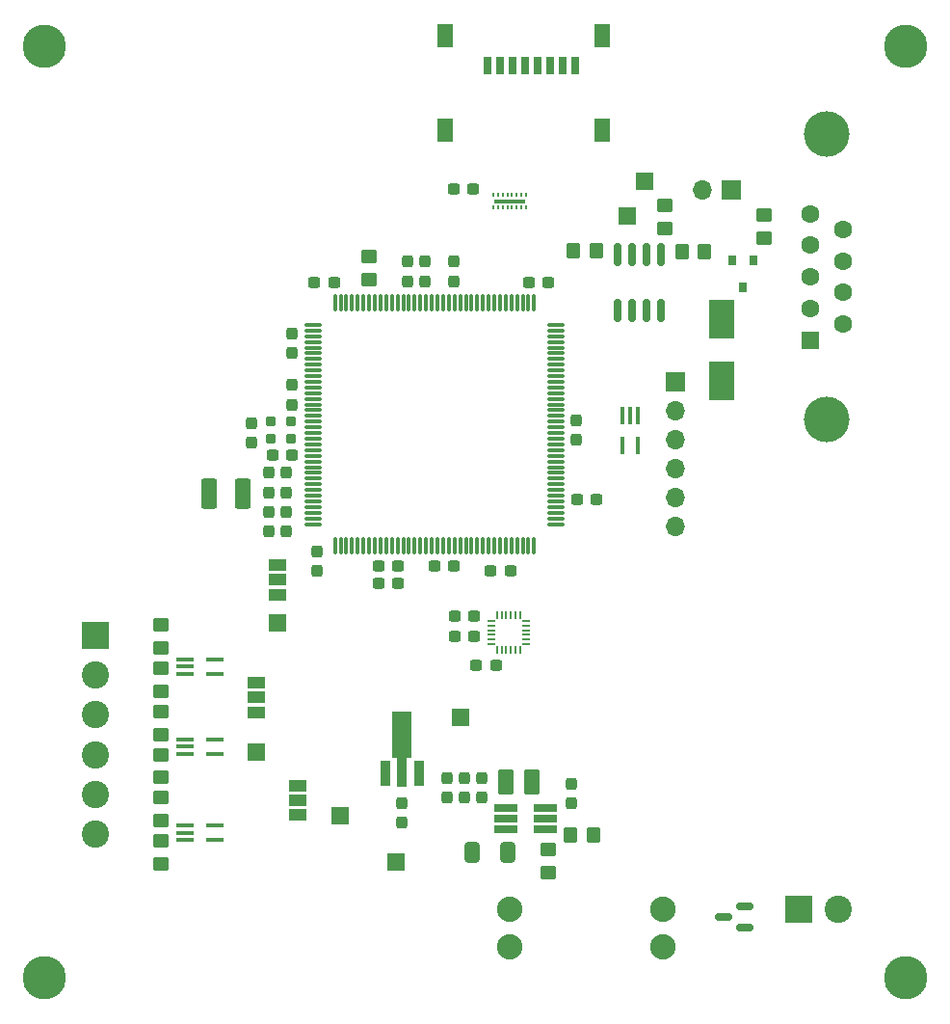
<source format=gts>
G04 #@! TF.GenerationSoftware,KiCad,Pcbnew,(6.0.5)*
G04 #@! TF.CreationDate,2023-02-28T18:46:16-07:00*
G04 #@! TF.ProjectId,EVCU,45564355-2e6b-4696-9361-645f70636258,rev?*
G04 #@! TF.SameCoordinates,Original*
G04 #@! TF.FileFunction,Soldermask,Top*
G04 #@! TF.FilePolarity,Negative*
%FSLAX46Y46*%
G04 Gerber Fmt 4.6, Leading zero omitted, Abs format (unit mm)*
G04 Created by KiCad (PCBNEW (6.0.5)) date 2023-02-28 18:46:16*
%MOMM*%
%LPD*%
G01*
G04 APERTURE LIST*
G04 Aperture macros list*
%AMRoundRect*
0 Rectangle with rounded corners*
0 $1 Rounding radius*
0 $2 $3 $4 $5 $6 $7 $8 $9 X,Y pos of 4 corners*
0 Add a 4 corners polygon primitive as box body*
4,1,4,$2,$3,$4,$5,$6,$7,$8,$9,$2,$3,0*
0 Add four circle primitives for the rounded corners*
1,1,$1+$1,$2,$3*
1,1,$1+$1,$4,$5*
1,1,$1+$1,$6,$7*
1,1,$1+$1,$8,$9*
0 Add four rect primitives between the rounded corners*
20,1,$1+$1,$2,$3,$4,$5,0*
20,1,$1+$1,$4,$5,$6,$7,0*
20,1,$1+$1,$6,$7,$8,$9,0*
20,1,$1+$1,$8,$9,$2,$3,0*%
%AMFreePoly0*
4,1,14,0.266715,0.088284,0.363284,-0.008285,0.375000,-0.036569,0.375000,-0.060000,0.363284,-0.088284,0.335000,-0.100000,-0.335000,-0.100000,-0.363284,-0.088284,-0.375000,-0.060000,-0.375000,0.060000,-0.363284,0.088284,-0.335000,0.100000,0.238431,0.100000,0.266715,0.088284,0.266715,0.088284,$1*%
%AMFreePoly1*
4,1,14,0.363284,0.088284,0.375000,0.060000,0.375000,0.036569,0.363284,0.008285,0.266715,-0.088284,0.238431,-0.100000,-0.335000,-0.100000,-0.363284,-0.088284,-0.375000,-0.060000,-0.375000,0.060000,-0.363284,0.088284,-0.335000,0.100000,0.335000,0.100000,0.363284,0.088284,0.363284,0.088284,$1*%
%AMFreePoly2*
4,1,14,0.088284,0.363284,0.100000,0.335000,0.100000,-0.335000,0.088284,-0.363284,0.060000,-0.375000,-0.060000,-0.375000,-0.088284,-0.363284,-0.100000,-0.335000,-0.100000,0.238431,-0.088284,0.266715,0.008285,0.363284,0.036569,0.375000,0.060000,0.375000,0.088284,0.363284,0.088284,0.363284,$1*%
%AMFreePoly3*
4,1,14,-0.008285,0.363284,0.088284,0.266715,0.100000,0.238431,0.100000,-0.335000,0.088284,-0.363284,0.060000,-0.375000,-0.060000,-0.375000,-0.088284,-0.363284,-0.100000,-0.335000,-0.100000,0.335000,-0.088284,0.363284,-0.060000,0.375000,-0.036569,0.375000,-0.008285,0.363284,-0.008285,0.363284,$1*%
%AMFreePoly4*
4,1,14,0.363284,0.088284,0.375000,0.060000,0.375000,-0.060000,0.363284,-0.088284,0.335000,-0.100000,-0.238431,-0.100000,-0.266715,-0.088284,-0.363284,0.008285,-0.375000,0.036569,-0.375000,0.060000,-0.363284,0.088284,-0.335000,0.100000,0.335000,0.100000,0.363284,0.088284,0.363284,0.088284,$1*%
%AMFreePoly5*
4,1,14,0.363284,0.088284,0.375000,0.060000,0.375000,-0.060000,0.363284,-0.088284,0.335000,-0.100000,-0.335000,-0.100000,-0.363284,-0.088284,-0.375000,-0.060000,-0.375000,-0.036569,-0.363284,-0.008285,-0.266715,0.088284,-0.238431,0.100000,0.335000,0.100000,0.363284,0.088284,0.363284,0.088284,$1*%
%AMFreePoly6*
4,1,14,0.088284,0.363284,0.100000,0.335000,0.100000,-0.238431,0.088284,-0.266715,-0.008285,-0.363284,-0.036569,-0.375000,-0.060000,-0.375000,-0.088284,-0.363284,-0.100000,-0.335000,-0.100000,0.335000,-0.088284,0.363284,-0.060000,0.375000,0.060000,0.375000,0.088284,0.363284,0.088284,0.363284,$1*%
%AMFreePoly7*
4,1,14,0.088284,0.363284,0.100000,0.335000,0.100000,-0.335000,0.088284,-0.363284,0.060000,-0.375000,0.036569,-0.375000,0.008285,-0.363284,-0.088284,-0.266715,-0.100000,-0.238431,-0.100000,0.335000,-0.088284,0.363284,-0.060000,0.375000,0.060000,0.375000,0.088284,0.363284,0.088284,0.363284,$1*%
%AMFreePoly8*
4,1,9,5.362500,-0.866500,1.237500,-0.866500,1.237500,-0.450000,-1.237500,-0.450000,-1.237500,0.450000,1.237500,0.450000,1.237500,0.866500,5.362500,0.866500,5.362500,-0.866500,5.362500,-0.866500,$1*%
G04 Aperture macros list end*
%ADD10R,1.500000X1.500000*%
%ADD11RoundRect,0.237500X0.237500X-0.300000X0.237500X0.300000X-0.237500X0.300000X-0.237500X-0.300000X0*%
%ADD12R,0.400000X1.500000*%
%ADD13R,1.500000X1.000000*%
%ADD14FreePoly0,270.000000*%
%ADD15RoundRect,0.050000X-0.050000X0.325000X-0.050000X-0.325000X0.050000X-0.325000X0.050000X0.325000X0*%
%ADD16FreePoly1,270.000000*%
%ADD17FreePoly2,270.000000*%
%ADD18RoundRect,0.050000X-0.325000X0.050000X-0.325000X-0.050000X0.325000X-0.050000X0.325000X0.050000X0*%
%ADD19FreePoly3,270.000000*%
%ADD20FreePoly4,270.000000*%
%ADD21FreePoly5,270.000000*%
%ADD22FreePoly6,270.000000*%
%ADD23FreePoly7,270.000000*%
%ADD24RoundRect,0.250001X0.462499X0.849999X-0.462499X0.849999X-0.462499X-0.849999X0.462499X-0.849999X0*%
%ADD25RoundRect,0.237500X0.300000X0.237500X-0.300000X0.237500X-0.300000X-0.237500X0.300000X-0.237500X0*%
%ADD26R,0.900000X2.300000*%
%ADD27FreePoly8,90.000000*%
%ADD28C,3.800000*%
%ADD29RoundRect,0.237500X-0.237500X0.300000X-0.237500X-0.300000X0.237500X-0.300000X0.237500X0.300000X0*%
%ADD30RoundRect,0.250001X-0.462499X-1.074999X0.462499X-1.074999X0.462499X1.074999X-0.462499X1.074999X0*%
%ADD31RoundRect,0.250000X-0.450000X0.350000X-0.450000X-0.350000X0.450000X-0.350000X0.450000X0.350000X0*%
%ADD32R,1.500000X0.400000*%
%ADD33RoundRect,0.250000X0.350000X0.450000X-0.350000X0.450000X-0.350000X-0.450000X0.350000X-0.450000X0*%
%ADD34RoundRect,0.250000X0.412500X0.650000X-0.412500X0.650000X-0.412500X-0.650000X0.412500X-0.650000X0*%
%ADD35R,2.000000X0.650000*%
%ADD36RoundRect,0.250000X-0.350000X-0.450000X0.350000X-0.450000X0.350000X0.450000X-0.350000X0.450000X0*%
%ADD37R,2.400000X2.400000*%
%ADD38C,2.400000*%
%ADD39C,2.235200*%
%ADD40RoundRect,0.075000X-0.662500X-0.075000X0.662500X-0.075000X0.662500X0.075000X-0.662500X0.075000X0*%
%ADD41RoundRect,0.075000X-0.075000X-0.662500X0.075000X-0.662500X0.075000X0.662500X-0.075000X0.662500X0*%
%ADD42RoundRect,0.237500X-0.300000X-0.237500X0.300000X-0.237500X0.300000X0.237500X-0.300000X0.237500X0*%
%ADD43R,1.700000X1.700000*%
%ADD44O,1.700000X1.700000*%
%ADD45RoundRect,0.150000X0.587500X0.150000X-0.587500X0.150000X-0.587500X-0.150000X0.587500X-0.150000X0*%
%ADD46R,2.300000X3.500000*%
%ADD47RoundRect,0.150000X0.150000X-0.825000X0.150000X0.825000X-0.150000X0.825000X-0.150000X-0.825000X0*%
%ADD48R,0.800000X1.500000*%
%ADD49R,1.450000X2.000000*%
%ADD50RoundRect,0.250000X0.450000X-0.350000X0.450000X0.350000X-0.450000X0.350000X-0.450000X-0.350000X0*%
%ADD51C,4.000000*%
%ADD52R,1.600000X1.600000*%
%ADD53C,1.600000*%
%ADD54RoundRect,0.200000X0.250000X-0.200000X0.250000X0.200000X-0.250000X0.200000X-0.250000X-0.200000X0*%
%ADD55R,0.800000X0.900000*%
%ADD56R,0.200000X0.450000*%
%ADD57R,2.800000X0.300000*%
G04 APERTURE END LIST*
D10*
X136579531Y-57293200D03*
X135055531Y-60341200D03*
D11*
X130105200Y-111915100D03*
X130105200Y-110190100D03*
D12*
X135955800Y-77867200D03*
X135305800Y-77867200D03*
X134655800Y-77867200D03*
X134655800Y-80527200D03*
X135955800Y-80527200D03*
D13*
X104292400Y-91003600D03*
X104292400Y-92303600D03*
X104292400Y-93603600D03*
D11*
X119846400Y-66080500D03*
X119846400Y-64355500D03*
D14*
X125621600Y-95417200D03*
D15*
X125221600Y-95417200D03*
X124821600Y-95417200D03*
X124421600Y-95417200D03*
X124021600Y-95417200D03*
D16*
X123621600Y-95417200D03*
D17*
X123121600Y-95917200D03*
D18*
X123121600Y-96317200D03*
X123121600Y-96717200D03*
X123121600Y-97117200D03*
X123121600Y-97517200D03*
D19*
X123121600Y-97917200D03*
D20*
X123621600Y-98417200D03*
D15*
X124021600Y-98417200D03*
X124421600Y-98417200D03*
X124821600Y-98417200D03*
X125221600Y-98417200D03*
D21*
X125621600Y-98417200D03*
D22*
X126121600Y-97917200D03*
D18*
X126121600Y-97517200D03*
X126121600Y-97117200D03*
X126121600Y-96717200D03*
X126121600Y-96317200D03*
D23*
X126121600Y-95917200D03*
D24*
X126695700Y-110036600D03*
X124370700Y-110036600D03*
D25*
X123502900Y-99838200D03*
X121777900Y-99838200D03*
D26*
X113765200Y-109312600D03*
D27*
X115265200Y-109225100D03*
D26*
X116765200Y-109312600D03*
D10*
X109820200Y-112979200D03*
D28*
X83820000Y-45466000D03*
D29*
X115243008Y-111910156D03*
X115243008Y-113635156D03*
D28*
X159512000Y-45466000D03*
D30*
X98292900Y-84725200D03*
X101267900Y-84725200D03*
D11*
X130556000Y-79983500D03*
X130556000Y-78258500D03*
D25*
X109278900Y-66183200D03*
X107553900Y-66183200D03*
D31*
X94081600Y-107661200D03*
X94081600Y-109661200D03*
D32*
X96155200Y-99273600D03*
X96155200Y-99923600D03*
X96155200Y-100573600D03*
X98815200Y-100573600D03*
X98815200Y-99273600D03*
D11*
X117306400Y-66080500D03*
X117306400Y-64355500D03*
D33*
X132064000Y-114681000D03*
X130064000Y-114681000D03*
D13*
X102479600Y-101316000D03*
X102479600Y-102616000D03*
X102479600Y-103916000D03*
D34*
X124555700Y-116205000D03*
X121430700Y-116205000D03*
D31*
X94081600Y-103902000D03*
X94081600Y-105902000D03*
D33*
X132321731Y-63414600D03*
X130321731Y-63414600D03*
D35*
X124409200Y-112308600D03*
X124409200Y-113258600D03*
X124409200Y-114208600D03*
X127829200Y-114208600D03*
X127829200Y-113258600D03*
X127829200Y-112308600D03*
D31*
X94081600Y-96282000D03*
X94081600Y-98282000D03*
D25*
X124772900Y-91465400D03*
X123047900Y-91465400D03*
D10*
X104292400Y-96053400D03*
D36*
X139846731Y-63465400D03*
X141846731Y-63465400D03*
D32*
X96155200Y-106284000D03*
X96155200Y-106934000D03*
X96155200Y-107584000D03*
X98815200Y-107584000D03*
X98815200Y-106284000D03*
D25*
X114892300Y-91100600D03*
X113167300Y-91100600D03*
D13*
X106086400Y-110358400D03*
X106086400Y-111658400D03*
X106086400Y-112958400D03*
D37*
X150091200Y-121194600D03*
D38*
X153591200Y-121194600D03*
D10*
X114757200Y-117094000D03*
D25*
X114892300Y-92633800D03*
X113167300Y-92633800D03*
X119819900Y-91108700D03*
X118094900Y-91108700D03*
D39*
X138150600Y-124510800D03*
X138150600Y-121208800D03*
X124688600Y-124510800D03*
X124688600Y-121208800D03*
D40*
X107456700Y-69904600D03*
X107456700Y-70404600D03*
X107456700Y-70904600D03*
X107456700Y-71404600D03*
X107456700Y-71904600D03*
X107456700Y-72404600D03*
X107456700Y-72904600D03*
X107456700Y-73404600D03*
X107456700Y-73904600D03*
X107456700Y-74404600D03*
X107456700Y-74904600D03*
X107456700Y-75404600D03*
X107456700Y-75904600D03*
X107456700Y-76404600D03*
X107456700Y-76904600D03*
X107456700Y-77404600D03*
X107456700Y-77904600D03*
X107456700Y-78404600D03*
X107456700Y-78904600D03*
X107456700Y-79404600D03*
X107456700Y-79904600D03*
X107456700Y-80404600D03*
X107456700Y-80904600D03*
X107456700Y-81404600D03*
X107456700Y-81904600D03*
X107456700Y-82404600D03*
X107456700Y-82904600D03*
X107456700Y-83404600D03*
X107456700Y-83904600D03*
X107456700Y-84404600D03*
X107456700Y-84904600D03*
X107456700Y-85404600D03*
X107456700Y-85904600D03*
X107456700Y-86404600D03*
X107456700Y-86904600D03*
X107456700Y-87404600D03*
D41*
X109369200Y-89317100D03*
X109869200Y-89317100D03*
X110369200Y-89317100D03*
X110869200Y-89317100D03*
X111369200Y-89317100D03*
X111869200Y-89317100D03*
X112369200Y-89317100D03*
X112869200Y-89317100D03*
X113369200Y-89317100D03*
X113869200Y-89317100D03*
X114369200Y-89317100D03*
X114869200Y-89317100D03*
X115369200Y-89317100D03*
X115869200Y-89317100D03*
X116369200Y-89317100D03*
X116869200Y-89317100D03*
X117369200Y-89317100D03*
X117869200Y-89317100D03*
X118369200Y-89317100D03*
X118869200Y-89317100D03*
X119369200Y-89317100D03*
X119869200Y-89317100D03*
X120369200Y-89317100D03*
X120869200Y-89317100D03*
X121369200Y-89317100D03*
X121869200Y-89317100D03*
X122369200Y-89317100D03*
X122869200Y-89317100D03*
X123369200Y-89317100D03*
X123869200Y-89317100D03*
X124369200Y-89317100D03*
X124869200Y-89317100D03*
X125369200Y-89317100D03*
X125869200Y-89317100D03*
X126369200Y-89317100D03*
X126869200Y-89317100D03*
D40*
X128781700Y-87404600D03*
X128781700Y-86904600D03*
X128781700Y-86404600D03*
X128781700Y-85904600D03*
X128781700Y-85404600D03*
X128781700Y-84904600D03*
X128781700Y-84404600D03*
X128781700Y-83904600D03*
X128781700Y-83404600D03*
X128781700Y-82904600D03*
X128781700Y-82404600D03*
X128781700Y-81904600D03*
X128781700Y-81404600D03*
X128781700Y-80904600D03*
X128781700Y-80404600D03*
X128781700Y-79904600D03*
X128781700Y-79404600D03*
X128781700Y-78904600D03*
X128781700Y-78404600D03*
X128781700Y-77904600D03*
X128781700Y-77404600D03*
X128781700Y-76904600D03*
X128781700Y-76404600D03*
X128781700Y-75904600D03*
X128781700Y-75404600D03*
X128781700Y-74904600D03*
X128781700Y-74404600D03*
X128781700Y-73904600D03*
X128781700Y-73404600D03*
X128781700Y-72904600D03*
X128781700Y-72404600D03*
X128781700Y-71904600D03*
X128781700Y-71404600D03*
X128781700Y-70904600D03*
X128781700Y-70404600D03*
X128781700Y-69904600D03*
D41*
X126869200Y-67992100D03*
X126369200Y-67992100D03*
X125869200Y-67992100D03*
X125369200Y-67992100D03*
X124869200Y-67992100D03*
X124369200Y-67992100D03*
X123869200Y-67992100D03*
X123369200Y-67992100D03*
X122869200Y-67992100D03*
X122369200Y-67992100D03*
X121869200Y-67992100D03*
X121369200Y-67992100D03*
X120869200Y-67992100D03*
X120369200Y-67992100D03*
X119869200Y-67992100D03*
X119369200Y-67992100D03*
X118869200Y-67992100D03*
X118369200Y-67992100D03*
X117869200Y-67992100D03*
X117369200Y-67992100D03*
X116869200Y-67992100D03*
X116369200Y-67992100D03*
X115869200Y-67992100D03*
X115369200Y-67992100D03*
X114869200Y-67992100D03*
X114369200Y-67992100D03*
X113869200Y-67992100D03*
X113369200Y-67992100D03*
X112869200Y-67992100D03*
X112369200Y-67992100D03*
X111869200Y-67992100D03*
X111369200Y-67992100D03*
X110869200Y-67992100D03*
X110369200Y-67992100D03*
X109869200Y-67992100D03*
X109369200Y-67992100D03*
D11*
X115782400Y-66080500D03*
X115782400Y-64355500D03*
D42*
X130607900Y-85242400D03*
X132332900Y-85242400D03*
D43*
X144204531Y-58055200D03*
D44*
X141664531Y-58055200D03*
D45*
X145412700Y-122844600D03*
X145412700Y-120944600D03*
X143537700Y-121894600D03*
D25*
X121614100Y-95469400D03*
X119889100Y-95469400D03*
D43*
X139319000Y-74904600D03*
D44*
X139319000Y-77444600D03*
X139319000Y-79984600D03*
X139319000Y-82524600D03*
X139319000Y-85064600D03*
X139319000Y-87604600D03*
D31*
X94081600Y-100092000D03*
X94081600Y-102092000D03*
D32*
X96155200Y-113853200D03*
X96155200Y-114503200D03*
X96155200Y-115153200D03*
X98815200Y-115153200D03*
X98815200Y-113853200D03*
D31*
X147066000Y-60264800D03*
X147066000Y-62264800D03*
D28*
X159512000Y-127254000D03*
D42*
X119787500Y-58013600D03*
X121512500Y-58013600D03*
D29*
X119176800Y-109674956D03*
X119176800Y-111399956D03*
X120700800Y-109678300D03*
X120700800Y-111403300D03*
D37*
X88279200Y-97142600D03*
D38*
X88279200Y-100642600D03*
X88279200Y-104142600D03*
X88279200Y-107642600D03*
X88279200Y-111142600D03*
X88279200Y-114642600D03*
D10*
X102454200Y-107391200D03*
D46*
X143383000Y-74836000D03*
X143383000Y-69436000D03*
D29*
X105054400Y-86310300D03*
X105054400Y-88035300D03*
D11*
X105622400Y-76910100D03*
X105622400Y-75185100D03*
D10*
X120370600Y-104394000D03*
D25*
X105612100Y-81330800D03*
X103887100Y-81330800D03*
D11*
X105054400Y-84631700D03*
X105054400Y-82906700D03*
D47*
X134166531Y-68658200D03*
X135436531Y-68658200D03*
X136706531Y-68658200D03*
X137976531Y-68658200D03*
X137976531Y-63708200D03*
X136706531Y-63708200D03*
X135436531Y-63708200D03*
X134166531Y-63708200D03*
D48*
X122742400Y-47107200D03*
X123842400Y-47107200D03*
X124942400Y-47107200D03*
X126042400Y-47107200D03*
X127142400Y-47107200D03*
X128242400Y-47107200D03*
X129342400Y-47107200D03*
X130442400Y-47107200D03*
D49*
X132817400Y-44507200D03*
X119067400Y-44507200D03*
X119067400Y-52807200D03*
X132817400Y-52807200D03*
D25*
X121614100Y-97231200D03*
X119889100Y-97231200D03*
D11*
X105622400Y-72379700D03*
X105622400Y-70654700D03*
D50*
X94081600Y-117205000D03*
X94081600Y-115205000D03*
X112378800Y-65938600D03*
X112378800Y-63938600D03*
D29*
X103530400Y-86310300D03*
X103530400Y-88035300D03*
X107823000Y-89815500D03*
X107823000Y-91540500D03*
D51*
X152594869Y-78185200D03*
X152594869Y-53185200D03*
D52*
X151174869Y-71225200D03*
D53*
X151174869Y-68455200D03*
X151174869Y-65685200D03*
X151174869Y-62915200D03*
X151174869Y-60145200D03*
X154014869Y-69840200D03*
X154014869Y-67070200D03*
X154014869Y-64300200D03*
X154014869Y-61530200D03*
D11*
X103530400Y-84631700D03*
X103530400Y-82906700D03*
D54*
X103681400Y-79862200D03*
X105531400Y-79862200D03*
X105531400Y-78412200D03*
X103681400Y-78412200D03*
D55*
X146165531Y-64221200D03*
X144265531Y-64221200D03*
X145215531Y-66621200D03*
D29*
X102057200Y-78528700D03*
X102057200Y-80253700D03*
D31*
X128143000Y-115967000D03*
X128143000Y-117967000D03*
D56*
X123322400Y-59616200D03*
X123722400Y-59616200D03*
X124122400Y-59616200D03*
X124522400Y-59616200D03*
X124922400Y-59616200D03*
X125322400Y-59616200D03*
X125722400Y-59616200D03*
X126122400Y-59616200D03*
X126122400Y-58465200D03*
X125722400Y-58465200D03*
X125322400Y-58465200D03*
X124922400Y-58465200D03*
X124522400Y-58465200D03*
X124122400Y-58465200D03*
X123722400Y-58465200D03*
X123322400Y-58465200D03*
D57*
X124722400Y-59041200D03*
D50*
X94081600Y-113420400D03*
X94081600Y-111420400D03*
D42*
X126391500Y-66167000D03*
X128116500Y-66167000D03*
D29*
X122231200Y-109682100D03*
X122231200Y-111407100D03*
D28*
X83820000Y-127254000D03*
D31*
X138382931Y-59417400D03*
X138382931Y-61417400D03*
M02*

</source>
